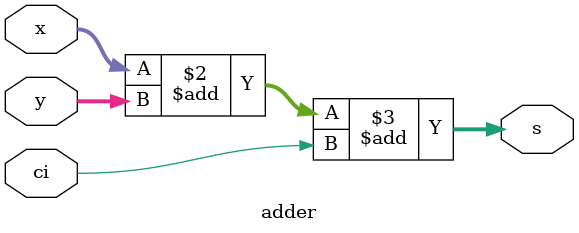
<source format=v>
`timescale 1ns/10ps 

module adder (x,y,ci,s);
parameter n = 4;
input ci;
input [n-1:0] x,y;
output reg [n-1:0] s;

always @(x,y,ci)
	s = x+y+ci;

endmodule
</source>
